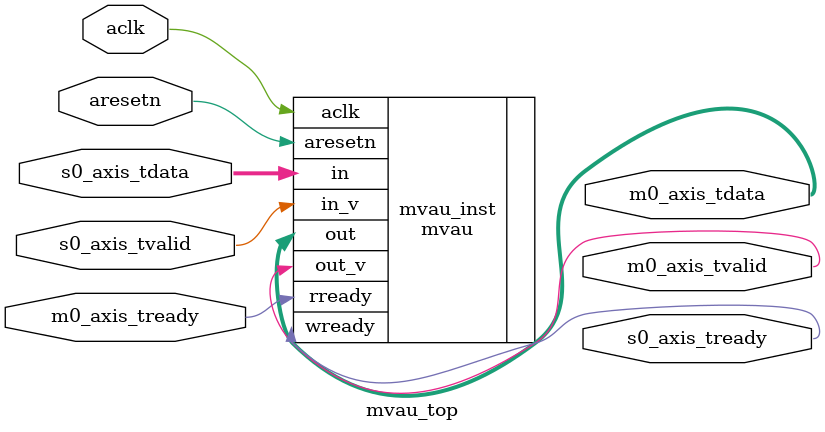
<source format=v>
/*
 * Module: MVAU Top Level Verilog Wrapper (mvau)
 * 
 * Author(s): Syed Asad Alam <syed.asad.alam@tcd.ie>
 * 
 * This file lists an RTL implementation of the matrix-vector activation unit
 * It is part of the Xilinx FINN open source framework for implementing
 * quantized neural networks on FPGAs
 *
 * This material is based upon work supported, in part, by Science Foundation
 * Ireland, www.sfi.ie under Grant No. 13/RC/2094 and, in part, by the 
 * European Union's Horizon 2020 research and innovation programme under the 
 * Marie Sklodowska-Curie grant agreement Grant No.754489. 
 * 
 * Inputs:
 * aresetn  - Active low synchronous reset
 * aclk    - Main clock
 * s0_axis_tready - Input ready which tells that the MVAU unit is ready to receive data
 * [TI-1:0] m0_axis_tdata - Input stream, word length TI=TSrcI*SIMD
 * m0_axis_tvalid - Input valid, indicates valid input
 * 
 * Outputs:
 * m0_axis_tready - Output ready which tells the predecessor logic to start providing data
 * s0_axis_tvalid        - Output stream valid
 * [TO-1:0] s0_axis_tdata - Output stream, word length TO=TDstI*PE 
 * 
 * Parameters:
 * KDim                                         - Kernel dimensions 
 * IFMCh                                        - Input feature map channels
 * OFMCh                                        - Output feature map channels
 * IFMDim		                            - Input feature map dimensions
 * PAD                                          - Padding around the input feature map
 * STRIDE		                            - Number of pixels to move across when applying the filter
 * OFMDim=(IFMDim-KDim+2*PAD)/STRIDE+1          - Output feature map dimensions
 * MatrixW=KDim*KDim*IFMCh                      - Width of the input matrix
 * MatrixH=OFMCh                                - Heigth of the input matrix
 * SIMD                                         - Number of input columns computed in parallel
 * PE                                           - Number of output rows computed in parallel
 * WMEM_DEPTH=(KDim*KDim*IFMCh*OFMCh)/(SIMD*PE) - Depth of each weight memory
 * MMV                                          - Number of output pixels computed in parallel
 * TSrcI                                        - DataType of the input activation (as used in the MAC)
 * TSrcI_BIN = 0                                - Indicates whether the 1-bit TSrcI is to be interpreted as special +1/-1 or not
 * TDstI                                        - DataType of the output activation (as generated by the activation)
 * TI                                           - SIMD times the word length of input stream
 * TO                                           - PE times the word length of output stream
 * TW                                           - Word length of individual weights
 * TW_BIN                                       - Indicates whether the 1-bit TW is to be interpreted as special +1/-1 or not
 * TA                                           - PE times the word length of the activation class (e.g thresholds)
 * OP_SGN                                       - Enumerated values showing signedness/unsignedness of input activation/weights
 * DSP_TRUE                                     - Use DSP blocks or LUTs for MAC (future extension)
 * INST_WMEM                                    - Instantiate weight memory; if needed
 * MVAU_STREAM                                  - Top module is not MVAU Stream
 * USE_ACT                                      - Use activation after matrix-vector activation
 * */
 
`timescale 1ns/1ns
// Package file for parameters
 
module mvau_top #(
   parameter integer KDim=1, // Kernel dimensions
   parameter integer IFMCh=600,// Input feature map channels
   parameter integer OFMCh=64,// Output feature map channels or the number of filter banks
   parameter integer IFMDim=1, // Input feature map dimensions
   parameter integer PAD=0,    // Padding around the input feature map
   parameter integer STRIDE=1, // Number of pixels to move across when applying the filter
   parameter integer OFMDim=(IFMDim-KDim+2*PAD)/STRIDE+1, // Output feature map dimensions
   parameter integer MatrixW=KDim*KDim*IFMCh,   // Width of the input matrix
   parameter integer MatrixH=OFMCh, // Heigth of the input matrix
   parameter integer SIMD=600, // Number of input columns computed in parallel
   parameter integer PE=64, // Number of output rows computed in parallel
   parameter integer WMEM_DEPTH=(KDim*KDim*IFMCh*OFMCh)/(SIMD*PE), // Depth of each weight memory
   parameter integer MMV=1, // Number of output pixels computed in parallel
   parameter integer TSrcI=2, // DataType of the input activation (as used in the MAC)
   parameter integer TSrcI_BIN = 0, // Indicates whether the 1-bit TSrcI is to be interpreted as special +1/-1 or not
   parameter integer TI=SIMD*TSrcI, // SIMD times the word length of input stream
   parameter integer TW=2, // Word length of individual weights
   parameter integer TW_BIN = 0, // Indicates whether the 1-bit TW is to be interpreted as special +1/-1 or not
   parameter integer TDstI=11, // DataType of the output activation (as generated by the activation) 
   parameter integer TO=PE*TDstI, // PE times the word length of output stream   
   parameter integer TA=11, // PE times the word length of the activation class (e.g thresholds)
   parameter integer OP_SGN=2, // Enumerated values showing signedness/unsignedness of input activation/weights
   parameter integer DSP_TRUE=0, // Use DSP blocks or LUTs for MAC
   parameter integer INST_WMEM=1, // Instantiate weight memory, if needed
   parameter integer MVAU_STREAM=0, // Top module is not MVAU Stream
   parameter integer USE_ACT=0)     // Use activation after matrix-vector activation
(    
 		 input  	       aresetn, // active low synchronous reset
 		 input  	       aclk, // main clock
 
 		 // Axis Stream interface
 		 input  	  m0_axis_tready,
 		 output  	  s0_axis_tready,
 		 
 		 input  [TI-1:0]  s0_axis_tdata, // input stream
 		 input  	  s0_axis_tvalid, // input valid
 		 output  	  m0_axis_tvalid, // Output valid
 		 output  [TO-1:0] m0_axis_tdata); //output stream
 
   mvau #(
   .KDim       (KDim      ), 
   .IFMCh	   (IFMCh     ), 
   .OFMCh	   (OFMCh     ), 
   .IFMDim     (IFMDim    ), 
   .PAD	   (PAD       ), 
   .STRIDE     (STRIDE    ), 
   .OFMDim     (OFMDim    ), 
   .MatrixW    (MatrixW   ), 
   .MatrixH    (MatrixH   ), 
   .SIMD	   (SIMD      ), 
   .PE	   (PE        ), 
   .WMEM_DEPTH (WMEM_DEPTH), 
   .MMV	   (MMV       ), 
   .TSrcI	   (TSrcI     ), 
   .TSrcI_BIN  (TSrcI_BIN ), 
   .TI	   (TI        ), 
   .TW	   (TW        ), 
   .TW_BIN     (TW_BIN    ), 
   .TDstI	   (TDstI     ), 
   .TO	   (TO        ), 
   .TA	   (TA        ), 
   .OP_SGN     (OP_SGN    ), 
   .DSP_TRUE   (DSP_TRUE  ), 
   .INST_WMEM  (INST_WMEM ), 
   .MVAU_STREAM(MVAU_STREAM),
   .USE_ACT    (USE_ACT   )) 
   mvau_inst(
 		  .aresetn(aresetn),
 		  .aclk(aclk),
 		  .rready(m0_axis_tready),
 		  .wready(s0_axis_tready),
 		  .in(s0_axis_tdata),
 		  .in_v(s0_axis_tvalid),
 		  .out_v(m0_axis_tvalid),
 		  .out(m0_axis_tdata)
 		  );
      
endmodule // mvau_top

</source>
